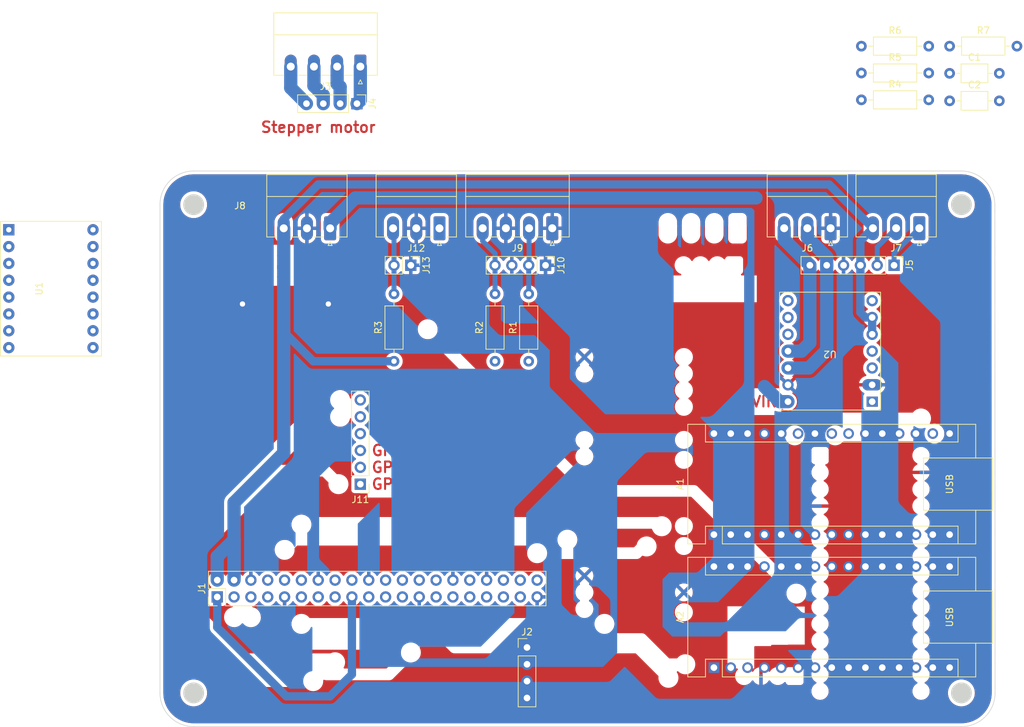
<source format=kicad_pcb>
(kicad_pcb (version 20211014) (generator pcbnew)
  (layers (0 "F.Cu" signal) (31 "B.Cu" signal) (34 "B.Paste" user) (35 "F.Paste" user) (36 "B.SilkS" user "B.Silkscreen") (37 "F.SilkS" user "F.Silkscreen") (38 "B.Mask" user) (39 "F.Mask" user) (44 "Edge.Cuts" user))
  (net 0 "")
  (net 1 "+12V")
  (net 2 "GND")
  (net 3 "+3.3V")
  (net 4 "Net-(J3-Pad1)")
  (net 5 "Net-(J3-Pad2)")
  (net 8 "+5V")
  (net 9 "Net-(J1-Pad3)")
  (net 10 "Net-(J1-Pad5)")
  (net 15 "Net-(A1-Pad5)")
  (net 18 "Net-(J5-Pad5)")
  (net 19 "Net-(J5-Pad6)")
  (net 21 "Net-(J1-Pad16)")
  (net 22 "Net-(J1-Pad18)")
  (net 30 "Net-(A1-Pad6)")
  (net 31 "Net-(J1-Pad13)")
  (net 32 "Net-(J1-Pad15)")
  (net 33 "Net-(A1-Pad8)")
  (net 34 "Net-(J1-Pad22)")
  (net 35 "Net-(A1-Pad9)")
  (net 37 "Net-(J1-Pad37)")
  (net 39 "Net-(A1-Pad10)")
  (net 41 "Net-(A1-Pad11)")
  (net 42 "Net-(A1-Pad12)")
  (net 43 "Net-(A1-Pad19)")
  (net 95 "Net-(A2-Pad5)")
  (net 96 "Net-(A2-Pad6)")
  (net 97 "Net-(A2-Pad9)")
  (net 98 "Net-(A2-Pad10)")
  (net 99 "Net-(U1-Pad5)")
  (net 100 "Net-(U1-Pad6)")
  (net 101 "Net-(J5-Pad1)")
  (net 102 "Net-(J5-Pad2)")
  (footprint "Resistor_THT:R_Axial_DIN0207_L6.3mm_D2.5mm_P10.16mm_Horizontal" (layer "F.Cu") (at 172.466 69.342 90)
    (fp_text reference "R3" (at 5.08 -2.37 90) (layer "F.SilkS"))
    (fp_text value "10k")
    (pad "1" thru_hole circle (at 0 0 90) (size 1.6 1.6) (drill 0.8) (layers *.Cu *.Mask) (net 8 "+5V"))
    (pad "2" thru_hole oval (at 10.16 0 90) (size 1.6 1.6) (drill 0.8) (layers *.Cu *.Mask) (net 39 "Net-(A1-Pad10)"))
  )
  (footprint "Resistor_THT:R_Axial_DIN0207_L6.3mm_D2.5mm_P10.16mm_Horizontal" (layer "F.Cu") (at 192.786 69.342 90)
    (fp_text reference "R1" (at 5.08 -2.37 90) (layer "F.SilkS"))
    (fp_text value "10k")
    (pad "1" thru_hole circle (at 0 0 90) (size 1.6 1.6) (drill 0.8) (layers *.Cu *.Mask) (net 8 "+5V"))
    (pad "2" thru_hole oval (at 10.16 0 90) (size 1.6 1.6) (drill 0.8) (layers *.Cu *.Mask) (net 41 "Net-(A1-Pad11)"))
  )
  (footprint "Connector_PinHeader_2.54mm:PinHeader_1x04_P2.54mm_Vertical" (layer "F.Cu") (at 166.878 30.48 -90)
    (fp_text reference "J4" (at 0 -2.33 90) (layer "F.SilkS"))
    (fp_text value "Conn_01x04_Male")
    (pad "1" thru_hole rect (at 0 0 270) (size 1.7 1.7) (drill 1) (layers *.Cu *.Mask) (net 4 "Net-(J3-Pad1)"))
    (pad "2" thru_hole oval (at 0 2.54 270) (size 1.7 1.7) (drill 1) (layers *.Cu *.Mask) (net 5 "Net-(J3-Pad2)"))
    (pad "3" thru_hole oval (at 0 5.08 270) (size 1.7 1.7) (drill 1) (layers *.Cu *.Mask) (net 99 "Net-(U1-Pad5)"))
    (pad "4" thru_hole oval (at 0 7.62 270) (size 1.7 1.7) (drill 1) (layers *.Cu *.Mask) (net 100 "Net-(U1-Pad6)"))
  )
  (footprint "Capacitor_THT:C_Axial_L3.8mm_D2.6mm_P7.50mm_Horizontal" (layer "F.Cu") (at 256.286 25.908)
    (fp_text reference "C1" (at 3.75 -2.42) (layer "F.SilkS"))
    (fp_text value "50pF")
    (pad "1" thru_hole circle (at 0 0) (size 1.6 1.6) (drill 0.8) (layers *.Cu *.Mask) (net 30 "Net-(A1-Pad6)"))
    (pad "2" thru_hole oval (at 7.5 0) (size 1.6 1.6) (drill 0.8) (layers *.Cu *.Mask) (net 2 "GND"))
  )
  (footprint "Resistor_THT:R_Axial_DIN0207_L6.3mm_D2.5mm_P10.16mm_Horizontal" (layer "F.Cu") (at 242.976 25.858)
    (fp_text reference "R5" (at 5.08 -2.37) (layer "F.SilkS"))
    (fp_text value "10k")
    (pad "1" thru_hole circle (at 0 0) (size 1.6 1.6) (drill 0.8) (layers *.Cu *.Mask) (net 2 "GND"))
    (pad "2" thru_hole oval (at 10.16 0) (size 1.6 1.6) (drill 0.8) (layers *.Cu *.Mask) (net 97 "Net-(A2-Pad9)"))
  )
  (footprint "Capacitor_THT:C_Axial_L3.8mm_D2.6mm_P7.50mm_Horizontal" (layer "F.Cu") (at 256.286 30.058)
    (fp_text reference "C2" (at 3.75 -2.42) (layer "F.SilkS"))
    (fp_text value "50pF")
    (pad "1" thru_hole circle (at 0 0) (size 1.6 1.6) (drill 0.8) (layers *.Cu *.Mask) (net 15 "Net-(A1-Pad5)"))
    (pad "2" thru_hole oval (at 7.5 0) (size 1.6 1.6) (drill 0.8) (layers *.Cu *.Mask) (net 2 "GND"))
  )
  (footprint "Connector_PinHeader_2.54mm:PinHeader_2x20_P2.54mm_Vertical" (layer "F.Cu") (at 145.796 104.902 90)
    (fp_text reference "J1" (at 1.27 -2.33 90) (layer "F.SilkS"))
    (fp_text value "Raspberry_Pi_2_3")
    (pad "1" thru_hole rect (at 0 0 90) (size 1.7 1.7) (drill 1) (layers *.Cu *.Mask) (net 3 "+3.3V"))
    (pad "2" thru_hole oval (at 2.54 0 90) (size 1.7 1.7) (drill 1) (layers *.Cu *.Mask) (net 8 "+5V"))
    (pad "3" thru_hole oval (at 0 2.54 90) (size 1.7 1.7) (drill 1) (layers *.Cu *.Mask) (net 9 "Net-(J1-Pad3)"))
    (pad "4" thru_hole oval (at 2.54 2.54 90) (size 1.7 1.7) (drill 1) (layers *.Cu *.Mask) (net 8 "+5V"))
    (pad "5" thru_hole oval (at 0 5.08 90) (size 1.7 1.7) (drill 1) (layers *.Cu *.Mask) (net 10 "Net-(J1-Pad5)"))
    (pad "6" thru_hole oval (at 2.54 5.08 90) (size 1.7 1.7) (drill 1) (layers *.Cu *.Mask) (net 2 "GND"))
    (pad "7" thru_hole oval (at 0 7.62 90) (size 1.7 1.7) (drill 1) (layers *.Cu *.Mask))
    (pad "8" thru_hole oval (at 2.54 7.62 90) (size 1.7 1.7) (drill 1) (layers *.Cu *.Mask))
    (pad "9" thru_hole oval (at 0 10.16 90) (size 1.7 1.7) (drill 1) (layers *.Cu *.Mask) (net 2 "GND"))
    (pad "10" thru_hole oval (at 2.54 10.16 90) (size 1.7 1.7) (drill 1) (layers *.Cu *.Mask))
    (pad "11" thru_hole oval (at 0 12.7 90) (size 1.7 1.7) (drill 1) (layers *.Cu *.Mask))
    (pad "12" thru_hole oval (at 2.54 12.7 90) (size 1.7 1.7) (drill 1) (layers *.Cu *.Mask))
    (pad "13" thru_hole oval (at 0 15.24 90) (size 1.7 1.7) (drill 1) (layers *.Cu *.Mask) (net 31 "Net-(J1-Pad13)"))
    (pad "14" thru_hole oval (at 2.54 15.24 90) (size 1.7 1.7) (drill 1) (layers *.Cu *.Mask) (net 2 "GND"))
    (pad "15" thru_hole oval (at 0 17.78 90) (size 1.7 1.7) (drill 1) (layers *.Cu *.Mask) (net 32 "Net-(J1-Pad15)"))
    (pad "16" thru_hole oval (at 2.54 17.78 90) (size 1.7 1.7) (drill 1) (layers *.Cu *.Mask) (net 21 "Net-(J1-Pad16)"))
    (pad "17" thru_hole oval (at 0 20.32 90) (size 1.7 1.7) (drill 1) (layers *.Cu *.Mask) (net 3 "+3.3V"))
    (pad "18" thru_hole oval (at 2.54 20.32 90) (size 1.7 1.7) (drill 1) (layers *.Cu *.Mask) (net 22 "Net-(J1-Pad18)"))
    (pad "19" thru_hole oval (at 0 22.86 90) (size 1.7 1.7) (drill 1) (layers *.Cu *.Mask))
    (pad "20" thru_hole oval (at 2.54 22.86 90) (size 1.7 1.7) (drill 1) (layers *.Cu *.Mask) (net 2 "GND"))
    (pad "21" thru_hole oval (at 0 25.4 90) (size 1.7 1.7) (drill 1) (layers *.Cu *.Mask))
    (pad "22" thru_hole oval (at 2.54 25.4 90) (size 1.7 1.7) (drill 1) (layers *.Cu *.Mask) (net 34 "Net-(J1-Pad22)"))
    (pad "23" thru_hole oval (at 0 27.94 90) (size 1.7 1.7) (drill 1) (layers *.Cu *.Mask))
    (pad "24" thru_hole oval (at 2.54 27.94 90) (size 1.7 1.7) (drill 1) (layers *.Cu *.Mask))
    (pad "25" thru_hole oval (at 0 30.48 90) (size 1.7 1.7) (drill 1) (layers *.Cu *.Mask) (net 2 "GND"))
    (pad "26" thru_hole oval (at 2.54 30.48 90) (size 1.7 1.7) (drill 1) (layers *.Cu *.Mask))
    (pad "27" thru_hole oval (at 0 33.02 90) (size 1.7 1.7) (drill 1) (layers *.Cu *.Mask))
    (pad "28" thru_hole oval (at 2.54 33.02 90) (size 1.7 1.7) (drill 1) (layers *.Cu *.Mask))
    (pad "29" thru_hole oval (at 0 35.56 90) (size 1.7 1.7) (drill 1) (layers *.Cu *.Mask))
    (pad "30" thru_hole oval (at 2.54 35.56 90) (size 1.7 1.7) (drill 1) (layers *.Cu *.Mask) (net 2 "GND"))
    (pad "31" thru_hole oval (at 0 38.1 90) (size 1.7 1.7) (drill 1) (layers *.Cu *.Mask))
    (pad "32" thru_hole oval (at 2.54 38.1 90) (size 1.7 1.7) (drill 1) (layers *.Cu *.Mask))
    (pad "33" thru_hole oval (at 0 40.64 90) (size 1.7 1.7) (drill 1) (layers *.Cu *.Mask))
    (pad "34" thru_hole oval (at 2.54 40.64 90) (size 1.7 1.7) (drill 1) (layers *.Cu *.Mask) (net 2 "GND"))
    (pad "35" thru_hole oval (at 0 43.18 90) (size 1.7 1.7) (drill 1) (layers *.Cu *.Mask))
    (pad "36" thru_hole oval (at 2.54 43.18 90) (size 1.7 1.7) (drill 1) (layers *.Cu *.Mask))
    (pad "37" thru_hole oval (at 0 45.72 90) (size 1.7 1.7) (drill 1) (layers *.Cu *.Mask) (net 37 "Net-(J1-Pad37)"))
    (pad "38" thru_hole oval (at 2.54 45.72 90) (size 1.7 1.7) (drill 1) (layers *.Cu *.Mask))
    (pad "39" thru_hole oval (at 0 48.26 90) (size 1.7 1.7) (drill 1) (layers *.Cu *.Mask) (net 2 "GND"))
    (pad "40" thru_hole oval (at 2.54 48.26 90) (size 1.7 1.7) (drill 1) (layers *.Cu *.Mask))
  )
  (footprint "Resistor_THT:R_Axial_DIN0207_L6.3mm_D2.5mm_P10.16mm_Horizontal" (layer "F.Cu") (at 256.286 21.808)
    (fp_text reference "R7" (at 5.08 -2.37) (layer "F.SilkS"))
    (fp_text value "2R2")
    (pad "1" thru_hole circle (at 0 0) (size 1.6 1.6) (drill 0.8) (layers *.Cu *.Mask) (net 15 "Net-(A1-Pad5)"))
    (pad "2" thru_hole oval (at 10.16 0) (size 1.6 1.6) (drill 0.8) (layers *.Cu *.Mask) (net 101 "Net-(J5-Pad1)"))
  )
  (footprint "Connector_Phoenix_MC:PhoenixContact_MC_1,5_3-G-3.5_1x03_P3.50mm_Horizontal" (layer "F.Cu") (at 162.83 49.2875 180)
    (fp_text reference "J8" (at 13.605 3.4) (layer "F.SilkS"))
    (fp_text value "Conn_01x03_Male")
    (pad "1" thru_hole roundrect (at 0 0 180) (size 1.8 3.6) (drill 1.2) (layers *.Cu *.Mask) (roundrect_rratio 0.1388888889) (net 1 "+12V"))
    (pad "2" thru_hole oval (at 3.5 0 180) (size 1.8 3.6) (drill 1.2) (layers *.Cu *.Mask) (net 2 "GND"))
    (pad "3" thru_hole oval (at 7 0 180) (size 1.8 3.6) (drill 1.2) (layers *.Cu *.Mask) (net 8 "+5V"))
  )
  (footprint "Connector_Phoenix_MC:PhoenixContact_MC_1,5_4-G-3.5_1x04_P3.50mm_Horizontal" (layer "F.Cu") (at 196.342 49.276 180)
    (fp_text reference "J9" (at 5.25 -3) (layer "F.SilkS"))
    (fp_text value "Conn_01x04_Male")
    (pad "1" thru_hole roundrect (at 0 0 180) (size 1.8 3.6) (drill 1.2) (layers *.Cu *.Mask) (roundrect_rratio 0.1388888889) (net 2 "GND"))
    (pad "2" thru_hole oval (at 3.5 0 180) (size 1.8 3.6) (drill 1.2) (layers *.Cu *.Mask) (net 41 "Net-(A1-Pad11)"))
    (pad "3" thru_hole oval (at 7 0 180) (size 1.8 3.6) (drill 1.2) (layers *.Cu *.Mask) (net 2 "GND"))
    (pad "4" thru_hole oval (at 10.5 0 180) (size 1.8 3.6) (drill 1.2) (layers *.Cu *.Mask) (net 42 "Net-(A1-Pad12)"))
  )
  (footprint "Resistor_THT:R_Axial_DIN0207_L6.3mm_D2.5mm_P10.16mm_Horizontal" (layer "F.Cu") (at 187.706 69.342 90)
    (fp_text reference "R2" (at 5.08 -2.37 90) (layer "F.SilkS"))
    (fp_text value "10k")
    (pad "1" thru_hole circle (at 0 0 90) (size 1.6 1.6) (drill 0.8) (layers *.Cu *.Mask) (net 8 "+5V"))
    (pad "2" thru_hole oval (at 10.16 0 90) (size 1.6 1.6) (drill 0.8) (layers *.Cu *.Mask) (net 42 "Net-(A1-Pad12)"))
  )
  (footprint "Connector_Phoenix_MC:PhoenixContact_MC_1,5_3-G-3.5_1x03_P3.50mm_Horizontal" (layer "F.Cu") (at 238.329 49.276 180)
    (fp_text reference "J6" (at 3.5 -3) (layer "F.SilkS"))
    (fp_text value "Conn_01x03_Male")
    (pad "1" thru_hole roundrect (at 0 0 180) (size 1.8 3.6) (drill 1.2) (layers *.Cu *.Mask) (roundrect_rratio 0.1388888889) (net 2 "GND"))
    (pad "2" thru_hole oval (at 3.5 0 180) (size 1.8 3.6) (drill 1.2) (layers *.Cu *.Mask) (net 18 "Net-(J5-Pad5)"))
    (pad "3" thru_hole oval (at 7 0 180) (size 1.8 3.6) (drill 1.2) (layers *.Cu *.Mask) (net 19 "Net-(J5-Pad6)"))
  )
  (footprint "Connector_PinHeader_2.54mm:PinHeader_1x02_P2.54mm_Vertical" (layer "F.Cu") (at 175.006 54.864 -90)
    (fp_text reference "J13" (at 0 -2.33 90) (layer "F.SilkS"))
    (fp_text value "Conn_01x02_Male")
    (pad "1" thru_hole rect (at 0 0 270) (size 1.7 1.7) (drill 1) (layers *.Cu *.Mask) (net 2 "GND"))
    (pad "2" thru_hole oval (at 0 2.54 270) (size 1.7 1.7) (drill 1) (layers *.Cu *.Mask) (net 39 "Net-(A1-Pad10)"))
  )
  (footprint "Connector_PinHeader_2.54mm:PinHeader_1x06_P2.54mm_Vertical" (layer "F.Cu") (at 247.904 54.864 -90)
    (fp_text reference "J5" (at 0 -2.33 -270) (layer "F.SilkS"))
    (fp_text value "Conn_01x06_Male")
    (pad "1" thru_hole rect (at 0 0 270) (size 1.7 1.7) (drill 1) (layers *.Cu *.Mask) (net 101 "Net-(J5-Pad1)"))
    (pad "2" thru_hole oval (at 0 2.54 270) (size 1.7 1.7) (drill 1) (layers *.Cu *.Mask) (net 102 "Net-(J5-Pad2)"))
    (pad "3" thru_hole oval (at 0 5.08 270) (size 1.7 1.7) (drill 1) (layers *.Cu *.Mask) (net 8 "+5V"))
    (pad "4" thru_hole oval (at 0 7.62 270) (size 1.7 1.7) (drill 1) (layers *.Cu *.Mask) (net 2 "GND"))
    (pad "5" thru_hole oval (at 0 10.16 270) (size 1.7 1.7) (drill 1) (layers *.Cu *.Mask) (net 18 "Net-(J5-Pad5)"))
    (pad "6" thru_hole oval (at 0 12.7 270) (size 1.7 1.7) (drill 1) (layers *.Cu *.Mask) (net 19 "Net-(J5-Pad6)"))
  )
  (footprint "Connector_PinHeader_2.54mm:PinHeader_1x06_P2.54mm_Vertical" (layer "F.Cu") (at 167.386 87.884 180)
    (fp_text reference "J11" (at 0 -2.33) (layer "F.SilkS"))
    (fp_text value "Conn_01x06_Male")
    (pad "1" thru_hole rect (at 0 0 180) (size 1.7 1.7) (drill 1) (layers *.Cu *.Mask) (net 32 "Net-(J1-Pad15)"))
    (pad "2" thru_hole oval (at 0 2.54 180) (size 1.7 1.7) (drill 1) (layers *.Cu *.Mask) (net 21 "Net-(J1-Pad16)"))
    (pad "3" thru_hole oval (at 0 5.08 180) (size 1.7 1.7) (drill 1) (layers *.Cu *.Mask) (net 22 "Net-(J1-Pad18)"))
    (pad "4" thru_hole oval (at 0 7.62 180) (size 1.7 1.7) (drill 1) (layers *.Cu *.Mask) (net 34 "Net-(J1-Pad22)"))
    (pad "5" thru_hole oval (at 0 10.16 180) (size 1.7 1.7) (drill 1) (layers *.Cu *.Mask) (net 37 "Net-(J1-Pad37)"))
    (pad "6" thru_hole oval (at 0 12.7 180) (size 1.7 1.7) (drill 1) (layers *.Cu *.Mask) (net 31 "Net-(J1-Pad13)"))
  )
  (footprint "Connector_PinHeader_2.54mm:PinHeader_1x04_P2.54mm_Vertical" (layer "F.Cu") (at 195.326 54.864 -90)
    (fp_text reference "J10" (at 0 -2.33 90) (layer "F.SilkS"))
    (fp_text value "Conn_01x04_Male")
    (pad "1" thru_hole rect (at 0 0 270) (size 1.7 1.7) (drill 1) (layers *.Cu *.Mask) (net 2 "GND"))
    (pad "2" thru_hole oval (at 0 2.54 270) (size 1.7 1.7) (drill 1) (layers *.Cu *.Mask) (net 41 "Net-(A1-Pad11)"))
    (pad "3" thru_hole oval (at 0 5.08 270) (size 1.7 1.7) (drill 1) (layers *.Cu *.Mask) (net 2 "GND"))
    (pad "4" thru_hole oval (at 0 7.62 270) (size 1.7 1.7) (drill 1) (layers *.Cu *.Mask) (net 42 "Net-(A1-Pad12)"))
  )
  (footprint "Resistor_THT:R_Axial_DIN0207_L6.3mm_D2.5mm_P10.16mm_Horizontal" (layer "F.Cu") (at 242.976 21.808)
    (fp_text reference "R6" (at 5.08 -2.37) (layer "F.SilkS"))
    (fp_text value "2R2")
    (pad "1" thru_hole circle (at 0 0) (size 1.6 1.6) (drill 0.8) (layers *.Cu *.Mask) (net 30 "Net-(A1-Pad6)"))
    (pad "2" thru_hole oval (at 10.16 0) (size 1.6 1.6) (drill 0.8) (layers *.Cu *.Mask) (net 102 "Net-(J5-Pad2)"))
  )
  (footprint "Custom:DRV8874 Single Brushed DC Motor Driver" (layer "F.Cu") (at 244.602 75.438 180)
    (fp_text reference "U2" (at 6.35 7.16 180 unlocked) (layer "F.SilkS"))
    (fp_text value "DRV8874_Single_Brushed_DC_Motor_Driver")
    (pad "1" thru_hole rect (at 0 0 180) (size 1.7 1.524) (drill 1) (layers *.Cu *.Mask))
    (pad "2" thru_hole oval (at 0 2.54 180) (size 3 1.7) (drill 1) (layers *.Cu *.Mask) (net 2 "GND"))
    (pad "3" thru_hole circle (at 0 5.08 180) (size 1.7 1.7) (drill 1) (layers *.Cu *.Mask) (net 35 "Net-(A1-Pad9)"))
    (pad "4" thru_hole circle (at 0 7.62 180) (size 1.7 1.7) (drill 1) (layers *.Cu *.Mask) (net 33 "Net-(A1-Pad8)"))
    (pad "5" thru_hole circle (at 0 10.16 180) (size 1.7 1.7) (drill 1) (layers *.Cu *.Mask) (net 8 "+5V"))
    (pad "6" thru_hole circle (at 0 12.7 180) (size 1.7 1.7) (drill 1) (layers *.Cu *.Mask) (net 8 "+5V"))
    (pad "7" thru_hole circle (at 0 15.24 180) (size 1.7 1.7) (drill 1) (layers *.Cu *.Mask))
    (pad "8" thru_hole circle (at 12.7 15.24 180) (size 1.7 1.7) (drill 1) (layers *.Cu *.Mask) (net 43 "Net-(A1-Pad19)"))
    (pad "9" thru_hole circle (at 12.7 12.7 180) (size 1.7 1.7) (drill 1) (layers *.Cu *.Mask))
    (pad "10" thru_hole circle (at 12.7 10.16 180) (size 1.7 1.7) (drill 1) (layers *.Cu *.Mask))
    (pad "11" thru_hole circle (at 12.7 7.62 180) (size 1.7 1.7) (drill 1) (layers *.Cu *.Mask) (net 19 "Net-(J5-Pad6)"))
    (pad "12" thru_hole circle (at 12.7 5.08 180) (size 1.7 1.7) (drill 1) (layers *.Cu *.Mask) (net 18 "Net-(J5-Pad5)"))
    (pad "13" thru_hole circle (at 12.7 2.54 180) (size 1.7 1.7) (drill 1) (layers *.Cu *.Mask) (net 2 "GND"))
    (pad "14" thru_hole circle (at 12.7 0 180) (size 1.7 1.7) (drill 1) (layers *.Cu *.Mask) (net 1 "+12V"))
  )
  (footprint "Connector_PinHeader_2.54mm:PinHeader_1x04_P2.54mm_Vertical" (layer "F.Cu") (at 192.532 112.522)
    (fp_text reference "J2" (at 0 -2.33) (layer "F.SilkS"))
    (fp_text value "Conn_01x04_Male")
    (pad "1" thru_hole rect (at 0 0) (size 1.7 1.7) (drill 1) (layers *.Cu *.Mask) (net 10 "Net-(J1-Pad5)"))
    (pad "2" thru_hole oval (at 0 2.54) (size 1.7 1.7) (drill 1) (layers *.Cu *.Mask) (net 9 "Net-(J1-Pad3)"))
    (pad "3" thru_hole oval (at 0 5.08) (size 1.7 1.7) (drill 1) (layers *.Cu *.Mask) (net 2 "GND"))
    (pad "4" thru_hole oval (at 0 7.62) (size 1.7 1.7) (drill 1) (layers *.Cu *.Mask) (net 3 "+3.3V"))
  )
  (footprint "Module:Arduino_Nano" (layer "F.Cu") (at 220.726 95.494 90)
    (fp_text reference "A1" (at 7.62 -5.08 90) (layer "F.SilkS"))
    (fp_text value "Arduino_Nano_v2.x")
    (fp_text user "USB" (at 7.62 35.56 90 unlocked) (layer "F.SilkS"))
    (pad "1" thru_hole rect (at 0 0 90) (size 1.6 1.6) (drill 1) (layers *.Cu *.Mask))
    (pad "2" thru_hole oval (at 0 2.54 90) (size 1.6 1.6) (drill 1) (layers *.Cu *.Mask))
    (pad "3" thru_hole oval (at 0 5.08 90) (size 1.6 1.6) (drill 1) (layers *.Cu *.Mask))
    (pad "4" thru_hole oval (at 0 7.62 90) (size 1.6 1.6) (drill 1) (layers *.Cu *.Mask) (net 2 "GND"))
    (pad "5" thru_hole oval (at 0 10.16 90) (size 1.6 1.6) (drill 1) (layers *.Cu *.Mask) (net 15 "Net-(A1-Pad5)"))
    (pad "6" thru_hole oval (at 0 12.7 90) (size 1.6 1.6) (drill 1) (layers *.Cu *.Mask) (net 30 "Net-(A1-Pad6)"))
    (pad "7" thru_hole oval (at 0 15.24 90) (size 1.6 1.6) (drill 1) (layers *.Cu *.Mask))
    (pad "8" thru_hole oval (at 0 17.78 90) (size 1.6 1.6) (drill 1) (layers *.Cu *.Mask) (net 33 "Net-(A1-Pad8)"))
    (pad "9" thru_hole oval (at 0 20.32 90) (size 1.6 1.6) (drill 1) (layers *.Cu *.Mask) (net 35 "Net-(A1-Pad9)"))
    (pad "10" thru_hole oval (at 0 22.86 90) (size 1.6 1.6) (drill 1) (layers *.Cu *.Mask) (net 39 "Net-(A1-Pad10)"))
    (pad "11" thru_hole oval (at 0 25.4 90) (size 1.6 1.6) (drill 1) (layers *.Cu *.Mask) (net 41 "Net-(A1-Pad11)"))
    (pad "12" thru_hole oval (at 0 27.94 90) (size 1.6 1.6) (drill 1) (layers *.Cu *.Mask) (net 42 "Net-(A1-Pad12)"))
    (pad "13" thru_hole oval (at 0 30.48 90) (size 1.6 1.6) (drill 1) (layers *.Cu *.Mask))
    (pad "14" thru_hole oval (at 0 33.02 90) (size 1.6 1.6) (drill 1) (layers *.Cu *.Mask))
    (pad "15" thru_hole oval (at 0 35.56 90) (size 1.6 1.6) (drill 1) (layers *.Cu *.Mask))
    (pad "16" thru_hole oval (at 15.24 35.56 90) (size 1.6 1.6) (drill 1) (layers *.Cu *.Mask))
    (pad "17" thru_hole oval (at 15.24 33.02 90) (size 1.6 1.6) (drill 1) (layers *.Cu *.Mask))
    (pad "18" thru_hole oval (at 15.24 30.48 90) (size 1.6 1.6) (drill 1) (layers *.Cu *.Mask))
    (pad "19" thru_hole oval (at 15.24 27.94 90) (size 1.6 1.6) (drill 1) (layers *.Cu *.Mask) (net 43 "Net-(A1-Pad19)"))
    (pad "20" thru_hole oval (at 15.24 25.4 90) (size 1.6 1.6) (drill 1) (layers *.Cu *.Mask))
    (pad "21" thru_hole oval (at 15.24 22.86 90) (size 1.6 1.6) (drill 1) (layers *.Cu *.Mask))
    (pad "22" thru_hole oval (at 15.24 20.32 90) (size 1.6 1.6) (drill 1) (layers *.Cu *.Mask))
    (pad "23" thru_hole oval (at 15.24 17.78 90) (size 1.6 1.6) (drill 1) (layers *.Cu *.Mask))
    (pad "24" thru_hole oval (at 15.24 15.24 90) (size 1.6 1.6) (drill 1) (layers *.Cu *.Mask))
    (pad "25" thru_hole oval (at 15.24 12.7 90) (size 1.6 1.6) (drill 1) (layers *.Cu *.Mask))
    (pad "26" thru_hole oval (at 15.24 10.16 90) (size 1.6 1.6) (drill 1) (layers *.Cu *.Mask))
    (pad "27" thru_hole oval (at 15.24 7.62 90) (size 1.6 1.6) (drill 1) (layers *.Cu *.Mask) (net 8 "+5V"))
    (pad "28" thru_hole oval (at 15.24 5.08 90) (size 1.6 1.6) (drill 1) (layers *.Cu *.Mask))
    (pad "29" thru_hole oval (at 15.24 2.54 90) (size 1.6 1.6) (drill 1) (layers *.Cu *.Mask) (net 2 "GND"))
    (pad "30" thru_hole oval (at 15.24 0 90) (size 1.6 1.6) (drill 1) (layers *.Cu *.Mask))
  )
  (footprint "Connector_Phoenix_MC:PhoenixContact_MC_1,5_3-G-3.5_1x03_P3.50mm_Horizontal" (layer "F.Cu") (at 251.714 49.276 180)
    (fp_text reference "J7" (at 3.5 -3) (layer "F.SilkS"))
    (fp_text value "Conn_01x03_Male")
    (pad "1" thru_hole roundrect (at 0 0 180) (size 1.8 3.6) (drill 1.2) (layers *.Cu *.Mask) (roundrect_rratio 0.1388888889) (net 101 "Net-(J5-Pad1)"))
    (pad "2" thru_hole oval (at 3.5 0 180) (size 1.8 3.6) (drill 1.2) (layers *.Cu *.Mask) (net 102 "Net-(J5-Pad2)"))
    (pad "3" thru_hole oval (at 7 0 180) (size 1.8 3.6) (drill 1.2) (layers *.Cu *.Mask) (net 8 "+5V"))
  )
  (footprint "Custom:TMC2208 - Driverboard" (layer "F.Cu") (at 120.705 44.425)
    (fp_text reference "U1" (at -1.77 13.97 90 unlocked) (layer "F.SilkS"))
    (fp_text value "TMC2208_-_Driver_board")
    (pad "1" thru_hole rect (at -6.35 5.08) (size 1.7 1.7) (drill 0.8) (layers *.Cu *.Mask) (net 1 "+12V"))
    (pad "2" thru_hole circle (at -6.35 7.62) (size 1.7 1.7) (drill 0.8) (layers *.Cu *.Mask) (net 2 "GND"))
    (pad "3" thru_hole circle (at -6.35 10.16) (size 1.7 1.7) (drill 0.8) (layers *.Cu *.Mask) (net 4 "Net-(J3-Pad1)"))
    (pad "4" thru_hole circle (at -6.35 12.7) (size 1.7 1.7) (drill 0.8) (layers *.Cu *.Mask) (net 5 "Net-(J3-Pad2)"))
    (pad "5" thru_hole circle (at -6.35 15.24) (size 1.7 1.7) (drill 0.8) (layers *.Cu *.Mask) (net 99 "Net-(U1-Pad5)"))
    (pad "6" thru_hole circle (at -6.35 17.78) (size 1.7 1.7) (drill 0.8) (layers *.Cu *.Mask) (net 100 "Net-(U1-Pad6)"))
    (pad "7" thru_hole circle (at -6.35 20.32) (size 1.7 1.7) (drill 0.8) (layers *.Cu *.Mask) (net 8 "+5V"))
    (pad "8" thru_hole circle (at -6.35 22.86) (size 1.7 1.7) (drill 0.8) (layers *.Cu *.Mask) (net 2 "GND"))
    (pad "9" thru_hole circle (at 6.35 22.86) (size 1.7 1.7) (drill 0.8) (layers *.Cu *.Mask) (net 95 "Net-(A2-Pad5)"))
    (pad "10" thru_hole circle (at 6.35 20.32) (size 1.7 1.7) (drill 0.8) (layers *.Cu *.Mask) (net 96 "Net-(A2-Pad6)"))
    (pad "11" thru_hole circle (at 6.35 17.78) (size 1.7 1.7) (drill 0.8) (layers *.Cu *.Mask))
    (pad "12" thru_hole circle (at 6.35 15.24) (size 1.7 1.7) (drill 0.8) (layers *.Cu *.Mask))
    (pad "13" thru_hole circle (at 6.35 12.7) (size 1.7 1.7) (drill 0.8) (layers *.Cu *.Mask))
    (pad "14" thru_hole circle (at 6.35 10.16) (size 1.7 1.7) (drill 0.8) (layers *.Cu *.Mask) (net 97 "Net-(A2-Pad9)"))
    (pad "15" thru_hole circle (at 6.35 7.62) (size 1.7 1.7) (drill 0.8) (layers *.Cu *.Mask) (net 98 "Net-(A2-Pad10)"))
    (pad "16" thru_hole circle (at 6.35 5.08) (size 1.7 1.7) (drill 0.8) (layers *.Cu *.Mask) (net 2 "GND"))
  )
  (footprint "Connector_Phoenix_MC:PhoenixContact_MC_1,5_4-G-3.5_1x04_P3.50mm_Horizontal" (layer "F.Cu") (at 167.386 24.892 180)
    (fp_text reference "J3" (at 5.25 -3) (layer "F.SilkS"))
    (fp_text value "Conn_01x04_Male")
    (pad "1" thru_hole roundrect (at 0 0 180) (size 1.8 3.6) (drill 1.2) (layers *.Cu *.Mask) (roundrect_rratio 0.1388888889) (net 4 "Net-(J3-Pad1)"))
    (pad "2" thru_hole oval (at 3.5 0 180) (size 1.8 3.6) (drill 1.2) (layers *.Cu *.Mask) (net 5 "Net-(J3-Pad2)"))
    (pad "3" thru_hole oval (at 7 0 180) (size 1.8 3.6) (drill 1.2) (layers *.Cu *.Mask) (net 99 "Net-(U1-Pad5)"))
    (pad "4" thru_hole oval (at 10.5 0 180) (size 1.8 3.6) (drill 1.2) (layers *.Cu *.Mask) (net 100 "Net-(U1-Pad6)"))
  )
  (footprint "Resistor_THT:R_Axial_DIN0207_L6.3mm_D2.5mm_P10.16mm_Horizontal" (layer "F.Cu") (at 242.976 29.908)
    (fp_text reference "R4" (at 5.08 -2.37) (layer "F.SilkS"))
    (fp_text value "10k")
    (pad "1" thru_hole circle (at 0 0) (size 1.6 1.6) (drill 0.8) (layers *.Cu *.Mask) (net 2 "GND"))
    (pad "2" thru_hole oval (at 10.16 0) (size 1.6 1.6) (drill 0.8) (layers *.Cu *.Mask) (net 98 "Net-(A2-Pad10)"))
  )
  (footprint "Module:Arduino_Nano" (layer "F.Cu") (at 220.726 115.56 90)
    (fp_text reference "A2" (at 7.62 -5.08 90) (layer "F.SilkS"))
    (fp_text value "Arduino_Nano_v2.x")
    (fp_text user "USB" (at 7.62 35.56 90 unlocked) (layer "F.SilkS"))
    (pad "1" thru_hole rect (at 0 0 90) (size 1.6 1.6) (drill 1) (layers *.Cu *.Mask))
    (pad "2" thru_hole oval (at 0 2.54 90) (size 1.6 1.6) (drill 1) (layers *.Cu *.Mask))
    (pad "3" thru_hole oval (at 0 5.08 90) (size 1.6 1.6) (drill 1) (layers *.Cu *.Mask))
    (pad "4" thru_hole oval (at 0 7.62 90) (size 1.6 1.6) (drill 1) (layers *.Cu *.Mask) (net 2 "GND"))
    (pad "5" thru_hole oval (at 0 10.16 90) (size 1.6 1.6) (drill 1) (layers *.Cu *.Mask) (net 95 "Net-(A2-Pad5)"))
    (pad "6" thru_hole oval (at 0 12.7 90) (size 1.6 1.6) (drill 1) (layers *.Cu *.Mask) (net 96 "Net-(A2-Pad6)"))
    (pad "7" thru_hole oval (at 0 15.24 90) (size 1.6 1.6) (drill 1) (layers *.Cu *.Mask))
    (pad "8" thru_hole oval (at 0 17.78 90) (size 1.6 1.6) (drill 1) (layers *.Cu *.Mask))
    (pad "9" thru_hole oval (at 0 20.32 90) (size 1.6 1.6) (drill 1) (layers *.Cu *.Mask) (net 97 "Net-(A2-Pad9)"))
    (pad "10" thru_hole oval (at 0 22.86 90) (size 1.6 1.6) (drill 1) (layers *.Cu *.Mask) (net 98 "Net-(A2-Pad10)"))
    (pad "11" thru_hole oval (at 0 25.4 90) (size 1.6 1.6) (drill 1) (layers *.Cu *.Mask))
    (pad "12" thru_hole oval (at 0 27.94 90) (size 1.6 1.6) (drill 1) (layers *.Cu *.Mask))
    (pad "13" thru_hole oval (at 0 30.48 90) (size 1.6 1.6) (drill 1) (layers *.Cu *.Mask))
    (pad "14" thru_hole oval (at 0 33.02 90) (size 1.6 1.6) (drill 1) (layers *.Cu *.Mask))
    (pad "15" thru_hole oval (at 0 35.56 90) (size 1.6 1.6) (drill 1) (layers *.Cu *.Mask))
    (pad "16" thru_hole oval (at 15.24 35.56 90) (size 1.6 1.6) (drill 1) (layers *.Cu *.Mask))
    (pad "17" thru_hole oval (at 15.24 33.02 90) (size 1.6 1.6) (drill 1) (layers *.Cu *.Mask))
    (pad "18" thru_hole oval (at 15.24 30.48 90) (size 1.6 1.6) (drill 1) (layers *.Cu *.Mask))
    (pad "19" thru_hole oval (at 15.24 27.94 90) (size 1.6 1.6) (drill 1) (layers *.Cu *.Mask))
    (pad "20" thru_hole oval (at 15.24 25.4 90) (size 1.6 1.6) (drill 1) (layers *.Cu *.Mask))
    (pad "21" thru_hole oval (at 15.24 22.86 90) (size 1.6 1.6) (drill 1) (layers *.Cu *.Mask))
    (pad "22" thru_hole oval (at 15.24 20.32 90) (size 1.6 1.6) (drill 1) (layers *.Cu *.Mask))
    (pad "23" thru_hole oval (at 15.24 17.78 90) (size 1.6 1.6) (drill 1) (layers *.Cu *.Mask))
    (pad "24" thru_hole oval (at 15.24 15.24 90) (size 1.6 1.6) (drill 1) (layers *.Cu *.Mask))
    (pad "25" thru_hole oval (at 15.24 12.7 90) (size 1.6 1.6) (drill 1) (layers *.Cu *.Mask))
    (pad "26" thru_hole oval (at 15.24 10.16 90) (size 1.6 1.6) (drill 1) (layers *.Cu *.Mask))
    (pad "27" thru_hole oval (at 15.24 7.62 90) (size 1.6 1.6) (drill 1) (layers *.Cu *.Mask) (net 8 "+5V"))
    (pad "28" thru_hole oval (at 15.24 5.08 90) (size 1.6 1.6) (drill 1) (layers *.Cu *.Mask))
    (pad "29" thru_hole oval (at 15.24 2.54 90) (size 1.6 1.6) (drill 1) (layers *.Cu *.Mask) (net 2 "GND"))
    (pad "30" thru_hole oval (at 15.24 0 90) (size 1.6 1.6) (drill 1) (layers *.Cu *.Mask))
  )
  (footprint "Connector_Phoenix_MC:PhoenixContact_MC_1,5_3-G-3.5_1x03_P3.50mm_Horizontal" (layer "F.Cu") (at 179.324 49.2875 180)
    (fp_text reference "J12" (at 3.5 -3) (layer "F.SilkS"))
    (fp_text value "Conn_01x03_Male")
    (pad "1" thru_hole roundrect (at 0 0 180) (size 1.8 3.6) (drill 1.2) (layers *.Cu *.Mask) (roundrect_rratio 0.1388888889))
    (pad "2" thru_hole oval (at 3.5 0 180) (size 1.8 3.6) (drill 1.2) (layers *.Cu *.Mask) (net 2 "GND"))
    (pad "3" thru_hole oval (at 7 0 180) (size 1.8 3.6) (drill 1.2) (layers *.Cu *.Mask) (net 39 "Net-(A1-Pad10)"))
  )
  (gr_arc (start 137.16 45.72) (mid 138.647898 42.127898) (end 142.24 40.64) (layer "Edge.Cuts") (width 0.1))
  (gr_circle (center 258.064 45.72) (end 259.588 45.72) (layer "Edge.Cuts") (width 0.1) (fill solid))
  (gr_circle (center 258.064 119.38) (end 259.588 119.38) (layer "Edge.Cuts") (width 0.1) (fill solid))
  (gr_arc (start 142.24 124.46) (mid 138.647898 122.972102) (end 137.16 119.38) (layer "Edge.Cuts") (width 0.1))
  (gr_line (start 258.027898 40.64) (end 142.24 40.64) (layer "Edge.Cuts") (width 0.1))
  (gr_circle (center 142.24 45.72) (end 143.764 45.72) (layer "Edge.Cuts") (width 0.1) (fill solid))
  (gr_arc (start 258.027898 40.64) (mid 261.632787 42.140676) (end 263.107898 45.756102) (layer "Edge.Cuts") (width 0.1))
  (gr_circle (center 142.24 119.38) (end 143.764 119.38) (layer "Edge.Cuts") (width 0.1) (fill solid))
  (gr_line (start 263.144 119.38) (end 263.107898 45.756102) (layer "Edge.Cuts") (width 0.1))
  (gr_line (start 142.24 124.46) (end 258.064 124.46) (layer "Edge.Cuts") (width 0.1))
  (gr_line (start 137.16 45.72) (end 137.16 119.38) (layer "Edge.Cuts") (width 0.1))
  (gr_arc (start 263.144 119.38) (mid 261.656102 122.972102) (end 258.064 124.46) (layer "Edge.Cuts") (width 0.1))
  (gr_text "GPIO25" (at 173.482 80.264) (layer "F.Cu") (effects (font (size 1.6 1.6) (thickness 0.3))))
  (gr_text "DC motor\n" (at 256.286 54.864) (layer "F.Cu") (effects (font (size 1.6 1.6) (thickness 0.3))))
  (gr_text "GPIO22\n" (at 173.482 87.884) (layer "F.Cu") (effects (font (size 1.6 1.6) (thickness 0.3))))
  (gr_text "GPIO23\n" (at 173.482 85.344) (layer "F.Cu") (effects (font (size 1.6 1.6) (thickness 0.3))))
  (gr_text "Stepper motor" (at 161.036 34.036) (layer "F.Cu") (effects (font (size 1.6 1.6) (thickness 0.3))))
  (gr_text "+12V\n" (at 162.814 55.88 270) (layer "F.Cu") (effects (font (size 1.6 1.7) (thickness 0.3))))
  (gr_text "VIN" (at 228.346 75.438) (layer "F.Cu") (effects (font (size 1.6 1.6) (thickness 0.3))))
  (gr_text "+5V" (at 155.702 54.864 270) (layer "F.Cu") (effects (font (size 1.6 1.6) (thickness 0.3))))
  (gr_text "GPIO24\n" (at 173.482 82.804) (layer "F.Cu") (effects (font (size 1.6 1.6) (thickness 0.3))))
  (gr_text "GPIO27" (at 173.482 75.184) (layer "F.Cu") (effects (font (size 1.6 1.6) (thickness 0.3))))
  (gr_text "GPIO26\n" (at 173.482 77.724) (layer "F.Cu") (effects (font (size 1.6 1.6) (thickness 0.3))))
  (segment (start 162.83 49.2875) (end 162.83 48.498) (width 2) (layer "B.Cu") (net 1))
  (segment (start 162.83 48.498) (end 166.624 44.704) (width 2) (layer "B.Cu") (net 1))
  (segment (start 166.624 44.704) (end 227.076 44.704) (width 2) (layer "B.Cu") (net 1))
  (segment (start 228.346 73.152) (end 230.632 75.438) (width 2) (layer "B.Cu") (net 1))
  (segment (start 230.632 75.438) (end 231.902 75.438) (width 2) (layer "B.Cu") (net 1))
  (segment (start 162.56 60.706) (end 149.606 60.706) (width 1.25) (layer "F.Cu") (net 2))
  (via (at 162.56 60.706) (size 2) (drill 0.8) (layers "F.Cu" "B.Cu") (net 2))
  (via (at 149.606 60.706) (size 2) (drill 0.8) (layers "F.Cu" "B.Cu") (net 2))
  (segment (start 156.21 119.888) (end 145.796 109.474) (width 1.25) (layer "B.Cu") (net 3))
  (segment (start 145.796 109.474) (end 145.796 104.902) (width 1.25) (layer "B.Cu") (net 3))
  (segment (start 166.116 104.902) (end 166.116 116.586) (width 1.25) (layer "B.Cu") (net 3))
  (segment (start 166.116 116.586) (end 162.814 119.888) (width 1.25) (layer "B.Cu") (net 3))
  (segment (start 162.814 119.888) (end 156.21 119.888) (width 1.25) (layer "B.Cu") (net 3))
  (segment (start 167.386 29.972) (end 167.386 24.892) (width 2) (layer "B.Cu") (net 4))
  (segment (start 166.878 30.48) (end 167.386 29.972) (width 2) (layer "B.Cu") (net 4))
  (segment (start 164.338 30.48) (end 164.338 27.94) (width 2) (layer "B.Cu") (net 5))
  (segment (start 164.338 27.94) (end 163.886 27.488) (width 2) (layer "B.Cu") (net 5))
  (segment (start 163.886 27.488) (end 163.886 24.892) (width 2) (layer "B.Cu") (net 5))
  (segment (start 145.796 98.806) (end 148.336 96.266) (width 2) (layer "B.Cu") (net 8))
  (segment (start 155.83 47.878) (end 155.83 49.2875) (width 1.25) (layer "B.Cu") (net 8))
  (segment (start 243.586 62.738) (end 244.602 62.738) (width 1.25) (layer "B.Cu") (net 8))
  (segment (start 242.824 51.166) (end 244.714 49.276) (width 1.25) (layer "B.Cu") (net 8))
  (segment (start 145.796 102.362) (end 145.796 98.806) (width 2) (layer "B.Cu") (net 8))
  (segment (start 148.336 96.266) (end 148.336 102.362) (width 2) (layer "B.Cu") (net 8))
  (segment (start 155.83 83.184) (end 148.336 90.678) (width 2) (layer "B.Cu") (net 8))
  (segment (start 172.466 69.342) (end 160.276 69.342) (width 1.25) (layer "B.Cu") (net 8))
  (segment (start 160.276 69.342) (end 155.83 64.896) (width 1.25) (layer "B.Cu") (net 8))
  (segment (start 244.602 62.738) (end 244.602 65.278) (width 1.25) (layer "B.Cu") (net 8))
  (segment (start 148.336 90.678) (end 148.336 101.854) (width 2) (layer "B.Cu") (net 8))
  (segment (start 242.824 54.864) (end 242.824 51.166) (width 1.25) (layer "B.Cu") (net 8))
  (segment (start 244.714 49.276) (end 238.11 42.672) (width 1.25) (layer "B.Cu") (net 8))
  (segment (start 155.83 64.896) (end 155.83 83.184) (width 2) (layer "B.Cu") (net 8))
  (segment (start 161.036 42.672) (end 155.83 47.878) (width 1.25) (layer "B.Cu") (net 8))
  (segment (start 242.824 54.864) (end 242.824 61.976) (width 1.25) (layer "B.Cu") (net 8))
  (segment (start 155.83 49.2875) (end 155.83 64.896) (width 2) (layer "B.Cu") (net 8))
  (segment (start 242.824 61.976) (end 243.586 62.738) (width 1.25) (layer "B.Cu") (net 8))
  (segment (start 238.11 42.672) (end 161.036 42.672) (width 1.25) (layer "B.Cu") (net 8))
  (segment (start 235.052346 70.358) (end 237.744 67.666346) (width 2) (layer "B.Cu") (net 18))
  (segment (start 237.744 54.864) (end 237.744 53.594) (width 2) (layer "B.Cu") (net 18))
  (segment (start 237.744 67.666346) (end 237.744 54.864) (width 2) (layer "B.Cu") (net 18))
  (segment (start 237.744 53.594) (end 234.829 50.679) (width 2) (layer "B.Cu") (net 18))
  (segment (start 234.829 50.679) (end 234.829 49.276) (width 2) (layer "B.Cu") (net 18))
  (segment (start 231.902 70.358) (end 235.052346 70.358) (width 2) (layer "B.Cu") (net 18))
  (segment (start 231.902 67.818) (end 233.934 67.818) (width 2) (layer "B.Cu") (net 19))
  (segment (start 235.204 66.548) (end 235.204 54.864) (width 2) (layer "B.Cu") (net 19))
  (segment (start 231.329 50.989) (end 231.329 49.276) (width 2) (layer "B.Cu") (net 19))
  (segment (start 235.204 54.864) (end 231.329 50.989) (width 2) (layer "B.Cu") (net 19))
  (segment (start 233.934 67.818) (end 235.204 66.548) (width 2) (layer "B.Cu") (net 19))
  (segment (start 167.386 82.804) (end 167.894 82.804) (width 0.75) (layer "B.Cu") (net 22))
  (segment (start 172.466 54.864) (end 172.466 59.182) (width 0.75) (layer "B.Cu") (net 39))
  (segment (start 172.466 49.4295) (end 172.466 54.864) (width 0.75) (layer "B.Cu") (net 39))
  (segment (start 172.324 49.2875) (end 172.466 49.4295) (width 0.75) (layer "B.Cu") (net 39))
  (segment (start 192.842 49.276) (end 192.842 54.808) (width 0.75) (layer "B.Cu") (net 41))
  (segment (start 192.842 54.808) (end 192.786 54.864) (width 0.75) (layer "B.Cu") (net 41))
  (segment (start 192.786 59.182) (end 192.786 54.864) (width 0.75) (layer "B.Cu") (net 41))
  (segment (start 187.706 53.086) (end 187.706 54.864) (width 0.75) (layer "B.Cu") (net 42))
  (segment (start 187.706 59.182) (end 187.706 54.864) (width 0.75) (layer "B.Cu") (net 42))
  (segment (start 185.842 49.276) (end 185.842 51.222) (width 0.75) (layer "B.Cu") (net 42))
  (segment (start 185.842 51.222) (end 187.706 53.086) (width 0.75) (layer "B.Cu") (net 42))
  (segment (start 161.798 29.21) (end 160.386 27.798) (width 2) (layer "B.Cu") (net 99))
  (segment (start 161.798 30.48) (end 161.798 29.21) (width 2) (layer "B.Cu") (net 99))
  (segment (start 160.386 27.798) (end 160.386 24.892) (width 2) (layer "B.Cu") (net 99))
  (segment (start 159.258 30.48) (end 156.886 28.108) (width 2) (layer "B.Cu") (net 100))
  (segment (start 156.886 28.108) (end 156.886 24.892) (width 2) (layer "B.Cu") (net 100))
  (segment (start 247.904 54.864) (end 247.904 53.086) (width 0.75) (layer "B.Cu") (net 101))
  (segment (start 247.904 53.086) (end 251.714 49.276) (width 0.75) (layer "B.Cu") (net 101))
  (segment (start 245.364 54.864) (end 245.364 52.126) (width 0.75) (layer "B.Cu") (net 102))
  (segment (start 245.364 52.126) (end 248.214 49.276) (width 0.75) (layer "B.Cu") (net 102))
  (zone (net 2) (net_name "GND") (layers F&B.Cu) (connect_pads (clearance 0.508)) (min_thickness 0.254) (fill yes (thermal_gap 0.508) (thermal_bridge_width 0.508))
    (polygon (pts (xy 263.144 124.46) (xy 137.16 124.46) (xy 137.16 40.64) (xy 263.144 40.64)))
  )
)
</source>
